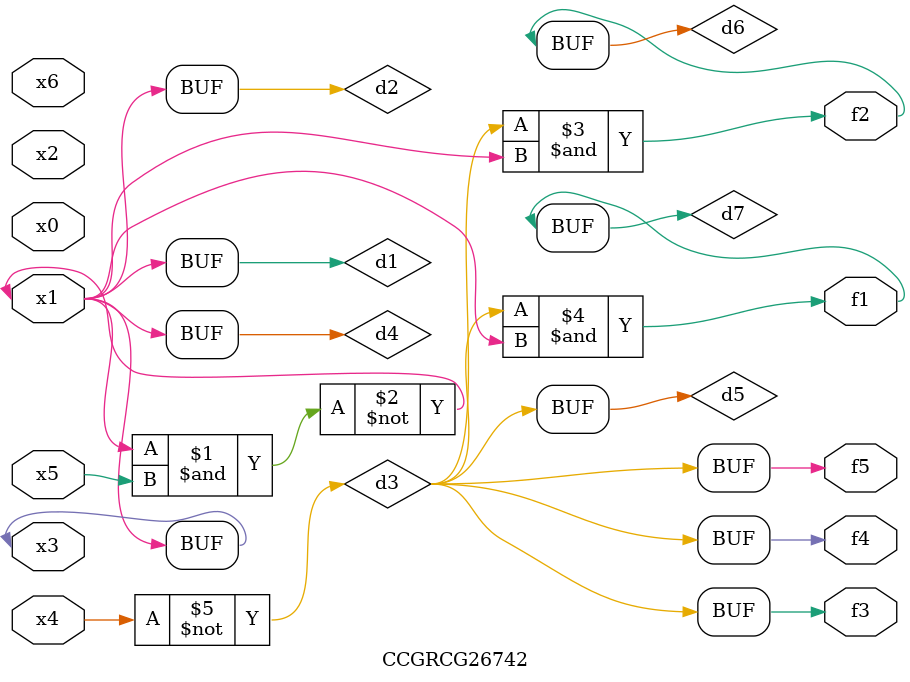
<source format=v>
module CCGRCG26742(
	input x0, x1, x2, x3, x4, x5, x6,
	output f1, f2, f3, f4, f5
);

	wire d1, d2, d3, d4, d5, d6, d7;

	buf (d1, x1, x3);
	nand (d2, x1, x5);
	not (d3, x4);
	buf (d4, d1, d2);
	buf (d5, d3);
	and (d6, d3, d4);
	and (d7, d3, d4);
	assign f1 = d7;
	assign f2 = d6;
	assign f3 = d5;
	assign f4 = d5;
	assign f5 = d5;
endmodule

</source>
